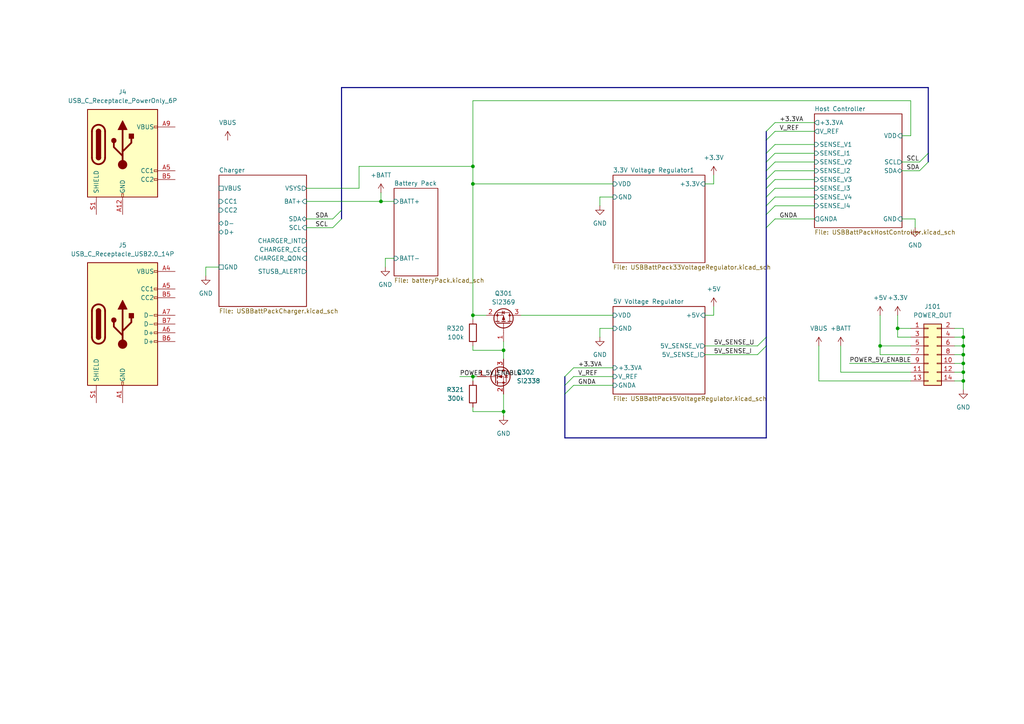
<source format=kicad_sch>
(kicad_sch (version 20231120) (generator "eeschema") (generator_version "8.0")
  (paper "A4")
  (lib_symbols
    (symbol "Connector:USB_C_Receptacle_PowerOnly_6P" (pin_names (offset 1.016))
      (property "Reference" "J" (at 0 16.51 0))
      (property "Value" "USB_C_Receptacle_PowerOnly_6P" (at 0 13.97 0))
      (symbol "USB_C_Receptacle_PowerOnly_6P_0_0"
        (rectangle (start -0.254 -12.7) (end 0.254 -11.684))
        (rectangle (start 10.16 -7.366) (end 9.144 -7.874))
        (rectangle (start 10.16 -4.826) (end 9.144 -5.334))
        (rectangle (start 10.16 7.874) (end 9.144 7.366))
      )
      (symbol "USB_C_Receptacle_PowerOnly_6P_0_1"
        (rectangle (start -10.16 12.7) (end 10.16 -12.7) (stroke (width 0.254)) (fill (type background)))
        (arc (start -8.89 -1.27) (mid -6.985 -3.1667) (end -5.08 -1.27) (stroke (width 0.508)))
        (arc (start -7.62 -1.27) (mid -6.985 -1.9023) (end -6.35 -1.27) (stroke (width 0.254)))
        (arc (start -7.62 -1.27) (mid -6.985 -1.9023) (end -6.35 -1.27) (stroke (width 0.254)) (fill (type outline)))
        (rectangle (start -7.62 -1.27) (end -6.35 6.35) (stroke (width 0.254)) (fill (type outline)))
        (arc (start -6.35 6.35) (mid -6.985 6.9823) (end -7.62 6.35) (stroke (width 0.254)))
        (arc (start -6.35 6.35) (mid -6.985 6.9823) (end -7.62 6.35) (stroke (width 0.254)) (fill (type outline)))
        (arc (start -5.08 6.35) (mid -6.985 8.2467) (end -8.89 6.35) (stroke (width 0.508)))
        (circle (center -2.54 3.683) (radius 0.635) (stroke (width 0.254)) (fill (type outline)))
        (circle (center 0 -3.302) (radius 1.27) (fill (type outline)))
        (polyline (pts (xy -8.89 -1.27) (xy -8.89 6.35)) (stroke (width 0.508)))
        (polyline (pts (xy -5.08 6.35) (xy -5.08 -1.27)) (stroke (width 0.508)))
        (polyline (pts (xy 0 -3.302) (xy 0 6.858)) (stroke (width 0.508)))
        (polyline (pts (xy 0 -0.762) (xy -2.54 1.778) (xy -2.54 3.048)) (stroke (width 0.508)))
        (polyline (pts (xy 0 0.508) (xy 2.54 3.048) (xy 2.54 4.318)) (stroke (width 0.508)))
        (polyline (pts (xy -1.27 6.858) (xy 0 9.398) (xy 1.27 6.858) (xy -1.27 6.858)) (stroke (width 0.254)) (fill (type outline)))
        (rectangle (start 1.905 4.318) (end 3.175 5.588) (stroke (width 0.254)) (fill (type outline)))
      )
      (symbol "USB_C_Receptacle_PowerOnly_6P_1_1"
        (pin passive line (at 0 -17.78 90) (length 5.08) (name "GND") (number "A12"))
        (pin bidirectional line (at 15.24 -5.08 180) (length 5.08) (name "CC1") (number "A5"))
        (pin passive line (at 15.24 7.62 180) (length 5.08) (name "VBUS") (number "A9"))
        (pin passive line (at 0 -17.78 90) (length 5.08) hide (name "GND") (number "B12"))
        (pin bidirectional line (at 15.24 -7.62 180) (length 5.08) (name "CC2") (number "B5"))
        (pin passive line (at 15.24 7.62 180) (length 5.08) hide (name "VBUS") (number "B9"))
        (pin passive line (at -7.62 -17.78 90) (length 5.08) (name "SHIELD") (number "S1"))
      )
    )
    (symbol "Connector:USB_C_Receptacle_USB2.0_14P" (pin_names (offset 1.016))
      (property "Reference" "J" (at 0 22.225 0))
      (property "Value" "USB_C_Receptacle_USB2.0_14P" (at 0 19.685 0))
      (symbol "USB_C_Receptacle_USB2.0_14P_0_0"
        (rectangle (start -0.254 -17.78) (end 0.254 -16.764))
        (rectangle (start 10.16 -4.826) (end 9.144 -5.334))
        (rectangle (start 10.16 -2.286) (end 9.144 -2.794))
        (rectangle (start 10.16 0.254) (end 9.144 -0.254))
        (rectangle (start 10.16 2.794) (end 9.144 2.286))
        (rectangle (start 10.16 7.874) (end 9.144 7.366))
        (rectangle (start 10.16 10.414) (end 9.144 9.906))
        (rectangle (start 10.16 15.494) (end 9.144 14.986))
      )
      (symbol "USB_C_Receptacle_USB2.0_14P_0_1"
        (rectangle (start -10.16 17.78) (end 10.16 -17.78) (stroke (width 0.254)) (fill (type background)))
        (arc (start -8.89 -3.81) (mid -6.985 -5.7067) (end -5.08 -3.81) (stroke (width 0.508)))
        (arc (start -7.62 -3.81) (mid -6.985 -4.4423) (end -6.35 -3.81) (stroke (width 0.254)))
        (arc (start -7.62 -3.81) (mid -6.985 -4.4423) (end -6.35 -3.81) (stroke (width 0.254)) (fill (type outline)))
        (rectangle (start -7.62 -3.81) (end -6.35 3.81) (stroke (width 0.254)) (fill (type outline)))
        (arc (start -6.35 3.81) (mid -6.985 4.4423) (end -7.62 3.81) (stroke (width 0.254)))
        (arc (start -6.35 3.81) (mid -6.985 4.4423) (end -7.62 3.81) (stroke (width 0.254)) (fill (type outline)))
        (arc (start -5.08 3.81) (mid -6.985 5.7067) (end -8.89 3.81) (stroke (width 0.508)))
        (circle (center -2.54 1.143) (radius 0.635) (stroke (width 0.254)) (fill (type outline)))
        (circle (center 0 -5.842) (radius 1.27) (fill (type outline)))
        (polyline (pts (xy -8.89 -3.81) (xy -8.89 3.81)) (stroke (width 0.508)))
        (polyline (pts (xy -5.08 3.81) (xy -5.08 -3.81)) (stroke (width 0.508)))
        (polyline (pts (xy 0 -5.842) (xy 0 4.318)) (stroke (width 0.508)))
        (polyline (pts (xy 0 -3.302) (xy -2.54 -0.762) (xy -2.54 0.508)) (stroke (width 0.508)))
        (polyline (pts (xy 0 -2.032) (xy 2.54 0.508) (xy 2.54 1.778)) (stroke (width 0.508)))
        (polyline (pts (xy -1.27 4.318) (xy 0 6.858) (xy 1.27 4.318) (xy -1.27 4.318)) (stroke (width 0.254)) (fill (type outline)))
        (rectangle (start 1.905 1.778) (end 3.175 3.048) (stroke (width 0.254)) (fill (type outline)))
      )
      (symbol "USB_C_Receptacle_USB2.0_14P_1_1"
        (pin passive line (at 0 -22.86 90) (length 5.08) (name "GND") (number "A1"))
        (pin passive line (at 0 -22.86 90) (length 5.08) hide (name "GND") (number "A12"))
        (pin passive line (at 15.24 15.24 180) (length 5.08) (name "VBUS") (number "A4"))
        (pin bidirectional line (at 15.24 10.16 180) (length 5.08) (name "CC1") (number "A5"))
        (pin bidirectional line (at 15.24 -2.54 180) (length 5.08) (name "D+") (number "A6"))
        (pin bidirectional line (at 15.24 2.54 180) (length 5.08) (name "D-") (number "A7"))
        (pin passive line (at 15.24 15.24 180) (length 5.08) hide (name "VBUS") (number "A9"))
        (pin passive line (at 0 -22.86 90) (length 5.08) hide (name "GND") (number "B1"))
        (pin passive line (at 0 -22.86 90) (length 5.08) hide (name "GND") (number "B12"))
        (pin passive line (at 15.24 15.24 180) (length 5.08) hide (name "VBUS") (number "B4"))
        (pin bidirectional line (at 15.24 7.62 180) (length 5.08) (name "CC2") (number "B5"))
        (pin bidirectional line (at 15.24 -5.08 180) (length 5.08) (name "D+") (number "B6"))
        (pin bidirectional line (at 15.24 0 180) (length 5.08) (name "D-") (number "B7"))
        (pin passive line (at 15.24 15.24 180) (length 5.08) hide (name "VBUS") (number "B9"))
        (pin passive line (at -7.62 -22.86 90) (length 5.08) (name "SHIELD") (number "S1"))
      )
    )
    (symbol "Connector_Generic:Conn_02x07_Odd_Even" (pin_names (offset 1.016) hide)
      (property "Reference" "J" (at 1.27 10.16 0))
      (property "Value" "Conn_02x07_Odd_Even" (at 1.27 -10.16 0))
      (symbol "Conn_02x07_Odd_Even_1_1"
        (rectangle (start -1.27 -7.493) (end 0 -7.747) (stroke (width 0.1524)))
        (rectangle (start -1.27 -4.953) (end 0 -5.207) (stroke (width 0.1524)))
        (rectangle (start -1.27 -2.413) (end 0 -2.667) (stroke (width 0.1524)))
        (rectangle (start -1.27 0.127) (end 0 -0.127) (stroke (width 0.1524)))
        (rectangle (start -1.27 2.667) (end 0 2.413) (stroke (width 0.1524)))
        (rectangle (start -1.27 5.207) (end 0 4.953) (stroke (width 0.1524)))
        (rectangle (start -1.27 7.747) (end 0 7.493) (stroke (width 0.1524)))
        (rectangle (start -1.27 8.89) (end 3.81 -8.89) (stroke (width 0.254)) (fill (type background)))
        (rectangle (start 3.81 -7.493) (end 2.54 -7.747) (stroke (width 0.1524)))
        (rectangle (start 3.81 -4.953) (end 2.54 -5.207) (stroke (width 0.1524)))
        (rectangle (start 3.81 -2.413) (end 2.54 -2.667) (stroke (width 0.1524)))
        (rectangle (start 3.81 0.127) (end 2.54 -0.127) (stroke (width 0.1524)))
        (rectangle (start 3.81 2.667) (end 2.54 2.413) (stroke (width 0.1524)))
        (rectangle (start 3.81 5.207) (end 2.54 4.953) (stroke (width 0.1524)))
        (rectangle (start 3.81 7.747) (end 2.54 7.493) (stroke (width 0.1524)))
        (pin passive line (at -5.08 7.62 0) (length 3.81) (name "Pin_1") (number "1"))
        (pin passive line (at 7.62 -2.54 180) (length 3.81) (name "Pin_10") (number "10"))
        (pin passive line (at -5.08 -5.08 0) (length 3.81) (name "Pin_11") (number "11"))
        (pin passive line (at 7.62 -5.08 180) (length 3.81) (name "Pin_12") (number "12"))
        (pin passive line (at -5.08 -7.62 0) (length 3.81) (name "Pin_13") (number "13"))
        (pin passive line (at 7.62 -7.62 180) (length 3.81) (name "Pin_14") (number "14"))
        (pin passive line (at 7.62 7.62 180) (length 3.81) (name "Pin_2") (number "2"))
        (pin passive line (at -5.08 5.08 0) (length 3.81) (name "Pin_3") (number "3"))
        (pin passive line (at 7.62 5.08 180) (length 3.81) (name "Pin_4") (number "4"))
        (pin passive line (at -5.08 2.54 0) (length 3.81) (name "Pin_5") (number "5"))
        (pin passive line (at 7.62 2.54 180) (length 3.81) (name "Pin_6") (number "6"))
        (pin passive line (at -5.08 0 0) (length 3.81) (name "Pin_7") (number "7"))
        (pin passive line (at 7.62 0 180) (length 3.81) (name "Pin_8") (number "8"))
        (pin passive line (at -5.08 -2.54 0) (length 3.81) (name "Pin_9") (number "9"))
      )
    )
    (symbol "Device:Q_NMOS_GSD" (pin_names (offset 0) hide)
      (property "Reference" "Q" (at 5.08 1.27 0))
      (property "Value" "Q_NMOS_GSD" (at 5.08 -1.27 0))
      (symbol "Q_NMOS_GSD_0_1"
        (polyline (pts (xy 0.254 0) (xy -2.54 0)))
        (polyline (pts (xy 0.254 1.905) (xy 0.254 -1.905)) (stroke (width 0.254)))
        (polyline (pts (xy 0.762 -1.27) (xy 0.762 -2.286)) (stroke (width 0.254)))
        (polyline (pts (xy 0.762 0.508) (xy 0.762 -0.508)) (stroke (width 0.254)))
        (polyline (pts (xy 0.762 2.286) (xy 0.762 1.27)) (stroke (width 0.254)))
        (polyline (pts (xy 2.54 2.54) (xy 2.54 1.778)))
        (polyline (pts (xy 2.54 -2.54) (xy 2.54 0) (xy 0.762 0)))
        (polyline (pts (xy 0.762 -1.778) (xy 3.302 -1.778) (xy 3.302 1.778) (xy 0.762 1.778)))
        (polyline (pts (xy 1.016 0) (xy 2.032 0.381) (xy 2.032 -0.381) (xy 1.016 0)) (fill (type outline)))
        (polyline (pts (xy 2.794 0.508) (xy 2.921 0.381) (xy 3.683 0.381) (xy 3.81 0.254)))
        (polyline (pts (xy 3.302 0.381) (xy 2.921 -0.254) (xy 3.683 -0.254) (xy 3.302 0.381)))
        (circle (center 1.651 0) (radius 2.794) (stroke (width 0.254)))
        (circle (center 2.54 -1.778) (radius 0.254) (fill (type outline)))
        (circle (center 2.54 1.778) (radius 0.254) (fill (type outline)))
      )
      (symbol "Q_NMOS_GSD_1_1"
        (pin input line (at -5.08 0 0) (length 2.54) (name "G") (number "1"))
        (pin passive line (at 2.54 -5.08 90) (length 2.54) (name "S") (number "2"))
        (pin passive line (at 2.54 5.08 270) (length 2.54) (name "D") (number "3"))
      )
    )
    (symbol "Device:Q_PMOS_GSD" (pin_names (offset 0) hide)
      (property "Reference" "Q" (at 5.08 1.27 0))
      (property "Value" "Q_PMOS_GSD" (at 5.08 -1.27 0))
      (symbol "Q_PMOS_GSD_0_1"
        (polyline (pts (xy 0.254 0) (xy -2.54 0)))
        (polyline (pts (xy 0.254 1.905) (xy 0.254 -1.905)) (stroke (width 0.254)))
        (polyline (pts (xy 0.762 -1.27) (xy 0.762 -2.286)) (stroke (width 0.254)))
        (polyline (pts (xy 0.762 0.508) (xy 0.762 -0.508)) (stroke (width 0.254)))
        (polyline (pts (xy 0.762 2.286) (xy 0.762 1.27)) (stroke (width 0.254)))
        (polyline (pts (xy 2.54 2.54) (xy 2.54 1.778)))
        (polyline (pts (xy 2.54 -2.54) (xy 2.54 0) (xy 0.762 0)))
        (polyline (pts (xy 0.762 1.778) (xy 3.302 1.778) (xy 3.302 -1.778) (xy 0.762 -1.778)))
        (polyline (pts (xy 2.286 0) (xy 1.27 0.381) (xy 1.27 -0.381) (xy 2.286 0)) (fill (type outline)))
        (polyline (pts (xy 2.794 -0.508) (xy 2.921 -0.381) (xy 3.683 -0.381) (xy 3.81 -0.254)))
        (polyline (pts (xy 3.302 -0.381) (xy 2.921 0.254) (xy 3.683 0.254) (xy 3.302 -0.381)))
        (circle (center 1.651 0) (radius 2.794) (stroke (width 0.254)))
        (circle (center 2.54 -1.778) (radius 0.254) (fill (type outline)))
        (circle (center 2.54 1.778) (radius 0.254) (fill (type outline)))
      )
      (symbol "Q_PMOS_GSD_1_1"
        (pin input line (at -5.08 0 0) (length 2.54) (name "G") (number "1"))
        (pin passive line (at 2.54 -5.08 90) (length 2.54) (name "S") (number "2"))
        (pin passive line (at 2.54 5.08 270) (length 2.54) (name "D") (number "3"))
      )
    )
    (symbol "Device:R" (pin_numbers hide) (pin_names (offset 0))
      (property "Reference" "R" (at 2.032 0 90))
      (property "Value" "R" (at 0 0 90))
      (symbol "R_0_1"
        (rectangle (start -1.016 -2.54) (end 1.016 2.54) (stroke (width 0.254)))
      )
      (symbol "R_1_1"
        (pin passive line (at 0 3.81 270) (length 1.27) (name "~") (number "1"))
        (pin passive line (at 0 -3.81 90) (length 1.27) (name "~") (number "2"))
      )
    )
    (symbol "power:+3.3V" (power) (pin_numbers hide) (pin_names (offset 0) hide)
      (property "Value" "+3.3V" (at 0 3.556 0))
      (symbol "+3.3V_0_1"
        (polyline (pts (xy -0.762 1.27) (xy 0 2.54)))
        (polyline (pts (xy 0 0) (xy 0 2.54)))
        (polyline (pts (xy 0 2.54) (xy 0.762 1.27)))
      )
      (symbol "+3.3V_1_1"
        (pin power_in line (at 0 0 90) (length 0) (name "~") (number "1"))
      )
    )
    (symbol "power:+5V" (power) (pin_numbers hide) (pin_names (offset 0) hide)
      (property "Value" "+5V" (at 0 3.556 0))
      (symbol "+5V_0_1"
        (polyline (pts (xy -0.762 1.27) (xy 0 2.54)))
        (polyline (pts (xy 0 0) (xy 0 2.54)))
        (polyline (pts (xy 0 2.54) (xy 0.762 1.27)))
      )
      (symbol "+5V_1_1"
        (pin power_in line (at 0 0 90) (length 0) (name "~") (number "1"))
      )
    )
    (symbol "power:+BATT" (power) (pin_numbers hide) (pin_names (offset 0) hide)
      (property "Value" "+BATT" (at 0 3.556 0))
      (symbol "+BATT_0_1"
        (polyline (pts (xy -0.762 1.27) (xy 0 2.54)))
        (polyline (pts (xy 0 0) (xy 0 2.54)))
        (polyline (pts (xy 0 2.54) (xy 0.762 1.27)))
      )
      (symbol "+BATT_1_1"
        (pin power_in line (at 0 0 90) (length 0) (name "~") (number "1"))
      )
    )
    (symbol "power:GND" (power) (pin_numbers hide) (pin_names (offset 0) hide)
      (property "Value" "GND" (at 0 -3.81 0))
      (symbol "GND_0_1"
        (polyline (pts (xy 0 0) (xy 0 -1.27) (xy 1.27 -1.27) (xy 0 -2.54) (xy -1.27 -1.27) (xy 0 -1.27)))
      )
      (symbol "GND_1_1"
        (pin power_in line (at 0 0 270) (length 0) (name "~") (number "1"))
      )
    )
    (symbol "power:VBUS" (power) (pin_numbers hide) (pin_names (offset 0) hide)
      (property "Value" "VBUS" (at 0 3.556 0))
      (symbol "VBUS_0_1"
        (polyline (pts (xy -0.762 1.27) (xy 0 2.54)))
        (polyline (pts (xy 0 0) (xy 0 2.54)))
        (polyline (pts (xy 0 2.54) (xy 0.762 1.27)))
      )
      (symbol "VBUS_1_1"
        (pin power_in line (at 0 0 90) (length 0) (name "~") (number "1"))
      )
    )
  )
  (junction (at 279.4 105.41))
  (junction (at 146.05 101.6))
  (junction (at 146.05 119.38))
  (junction (at 279.4 102.87))
  (junction (at 137.16 91.44))
  (junction (at 137.16 48.26))
  (junction (at 137.16 53.34))
  (junction (at 279.4 100.33))
  (junction (at 137.16 109.22))
  (junction (at 279.4 97.79))
  (junction (at 255.27 100.33))
  (junction (at 260.35 95.25))
  (junction (at 110.49 58.42))
  (junction (at 279.4 107.95))
  (junction (at 279.4 110.49))
  (bus_entry (at 96.52 66.04) (size 2.54 -2.54))
  (bus_entry (at 163.83 109.22) (size 2.54 -2.54))
  (bus_entry (at 222.25 59.69) (size 2.54 -2.54))
  (bus_entry (at 96.52 63.5) (size 2.54 -2.54))
  (bus_entry (at 222.25 57.15) (size 2.54 -2.54))
  (bus_entry (at 222.25 49.53) (size 2.54 -2.54))
  (bus_entry (at 222.25 62.23) (size 2.54 -2.54))
  (bus_entry (at 222.25 40.64) (size 2.54 -2.54))
  (bus_entry (at 222.25 46.99) (size 2.54 -2.54))
  (bus_entry (at 266.7 49.53) (size 2.54 -2.54))
  (bus_entry (at 163.83 114.3) (size 2.54 -2.54))
  (bus_entry (at 222.25 38.1) (size 2.54 -2.54))
  (bus_entry (at 219.71 100.33) (size 2.54 -2.54))
  (bus_entry (at 266.7 46.99) (size 2.54 -2.54))
  (bus_entry (at 222.25 54.61) (size 2.54 -2.54))
  (bus_entry (at 222.25 52.07) (size 2.54 -2.54))
  (bus_entry (at 222.25 44.45) (size 2.54 -2.54))
  (bus_entry (at 222.25 66.04) (size 2.54 -2.54))
  (bus_entry (at 163.83 111.76) (size 2.54 -2.54))
  (bus_entry (at 219.71 102.87) (size 2.54 -2.54))
  (wire (pts (xy 204.47 53.34) (xy 207.01 53.34)))
  (wire (pts (xy 110.49 58.42) (xy 114.3 58.42)))
  (wire (pts (xy 137.16 110.49) (xy 137.16 109.22)))
  (wire (pts (xy 59.69 77.47) (xy 63.5 77.47)))
  (wire (pts (xy 279.4 102.87) (xy 279.4 100.33)))
  (wire (pts (xy 224.79 57.15) (xy 236.22 57.15)))
  (wire (pts (xy 104.14 54.61) (xy 104.14 48.26)))
  (wire (pts (xy 255.27 100.33) (xy 264.16 100.33)))
  (wire (pts (xy 207.01 91.44) (xy 207.01 88.9)))
  (bus (pts (xy 222.25 97.79) (xy 222.25 66.04)))
  (wire (pts (xy 204.47 102.87) (xy 219.71 102.87)))
  (wire (pts (xy 246.38 105.41) (xy 264.16 105.41)))
  (wire (pts (xy 261.62 46.99) (xy 266.7 46.99)))
  (wire (pts (xy 279.4 107.95) (xy 279.4 105.41)))
  (wire (pts (xy 264.16 97.79) (xy 260.35 97.79)))
  (wire (pts (xy 265.43 66.04) (xy 265.43 63.5)))
  (wire (pts (xy 224.79 41.91) (xy 236.22 41.91)))
  (wire (pts (xy 279.4 105.41) (xy 279.4 102.87)))
  (wire (pts (xy 137.16 91.44) (xy 137.16 92.71)))
  (wire (pts (xy 173.99 57.15) (xy 177.8 57.15)))
  (wire (pts (xy 204.47 100.33) (xy 219.71 100.33)))
  (wire (pts (xy 261.62 39.37) (xy 264.16 39.37)))
  (wire (pts (xy 237.49 110.49) (xy 264.16 110.49)))
  (bus (pts (xy 222.25 44.45) (xy 222.25 46.99)))
  (bus (pts (xy 99.06 60.96) (xy 99.06 63.5)))
  (wire (pts (xy 88.9 58.42) (xy 110.49 58.42)))
  (wire (pts (xy 204.47 91.44) (xy 207.01 91.44)))
  (wire (pts (xy 146.05 114.3) (xy 146.05 119.38)))
  (wire (pts (xy 260.35 97.79) (xy 260.35 95.25)))
  (wire (pts (xy 224.79 52.07) (xy 236.22 52.07)))
  (wire (pts (xy 224.79 35.56) (xy 236.22 35.56)))
  (wire (pts (xy 137.16 119.38) (xy 146.05 119.38)))
  (wire (pts (xy 137.16 100.33) (xy 137.16 101.6)))
  (wire (pts (xy 173.99 95.25) (xy 177.8 95.25)))
  (wire (pts (xy 276.86 105.41) (xy 279.4 105.41)))
  (wire (pts (xy 224.79 38.1) (xy 236.22 38.1)))
  (bus (pts (xy 222.25 62.23) (xy 222.25 66.04)))
  (wire (pts (xy 264.16 107.95) (xy 243.84 107.95)))
  (wire (pts (xy 224.79 46.99) (xy 236.22 46.99)))
  (bus (pts (xy 222.25 57.15) (xy 222.25 59.69)))
  (wire (pts (xy 224.79 63.5) (xy 236.22 63.5)))
  (wire (pts (xy 151.13 91.44) (xy 177.8 91.44)))
  (wire (pts (xy 137.16 48.26) (xy 137.16 53.34)))
  (wire (pts (xy 224.79 49.53) (xy 236.22 49.53)))
  (wire (pts (xy 276.86 110.49) (xy 279.4 110.49)))
  (bus (pts (xy 163.83 127) (xy 222.25 127)))
  (wire (pts (xy 166.37 106.68) (xy 177.8 106.68)))
  (wire (pts (xy 279.4 110.49) (xy 279.4 107.95)))
  (bus (pts (xy 269.24 25.4) (xy 99.06 25.4)))
  (wire (pts (xy 110.49 55.88) (xy 110.49 58.42)))
  (bus (pts (xy 222.25 38.1) (xy 222.25 40.64)))
  (wire (pts (xy 166.37 109.22) (xy 177.8 109.22)))
  (wire (pts (xy 279.4 97.79) (xy 279.4 95.25)))
  (wire (pts (xy 111.76 74.93) (xy 114.3 74.93)))
  (wire (pts (xy 146.05 119.38) (xy 146.05 120.65)))
  (wire (pts (xy 146.05 101.6) (xy 146.05 104.14)))
  (wire (pts (xy 260.35 91.44) (xy 260.35 95.25)))
  (bus (pts (xy 99.06 25.4) (xy 99.06 60.96)))
  (wire (pts (xy 276.86 100.33) (xy 279.4 100.33)))
  (wire (pts (xy 133.35 109.22) (xy 137.16 109.22)))
  (wire (pts (xy 166.37 111.76) (xy 177.8 111.76)))
  (wire (pts (xy 279.4 100.33) (xy 279.4 97.79)))
  (bus (pts (xy 222.25 54.61) (xy 222.25 57.15)))
  (wire (pts (xy 224.79 54.61) (xy 236.22 54.61)))
  (wire (pts (xy 146.05 99.06) (xy 146.05 101.6)))
  (bus (pts (xy 222.25 100.33) (xy 222.25 97.79)))
  (wire (pts (xy 137.16 48.26) (xy 137.16 29.21)))
  (wire (pts (xy 137.16 118.11) (xy 137.16 119.38)))
  (bus (pts (xy 163.83 114.3) (xy 163.83 127)))
  (wire (pts (xy 261.62 49.53) (xy 266.7 49.53)))
  (bus (pts (xy 222.25 59.69) (xy 222.25 62.23)))
  (wire (pts (xy 88.9 54.61) (xy 104.14 54.61)))
  (bus (pts (xy 222.25 40.64) (xy 222.25 44.45)))
  (wire (pts (xy 255.27 102.87) (xy 264.16 102.87)))
  (bus (pts (xy 222.25 46.99) (xy 222.25 49.53)))
  (wire (pts (xy 276.86 107.95) (xy 279.4 107.95)))
  (wire (pts (xy 140.97 91.44) (xy 137.16 91.44)))
  (bus (pts (xy 163.83 111.76) (xy 163.83 114.3)))
  (wire (pts (xy 264.16 39.37) (xy 264.16 29.21)))
  (wire (pts (xy 137.16 101.6) (xy 146.05 101.6)))
  (wire (pts (xy 173.99 59.69) (xy 173.99 57.15)))
  (bus (pts (xy 222.25 52.07) (xy 222.25 54.61)))
  (wire (pts (xy 173.99 97.79) (xy 173.99 95.25)))
  (wire (pts (xy 104.14 48.26) (xy 137.16 48.26)))
  (wire (pts (xy 207.01 53.34) (xy 207.01 50.8)))
  (wire (pts (xy 137.16 109.22) (xy 138.43 109.22)))
  (wire (pts (xy 137.16 53.34) (xy 137.16 91.44)))
  (bus (pts (xy 222.25 49.53) (xy 222.25 52.07)))
  (wire (pts (xy 237.49 100.33) (xy 237.49 110.49)))
  (wire (pts (xy 276.86 102.87) (xy 279.4 102.87)))
  (wire (pts (xy 276.86 97.79) (xy 279.4 97.79)))
  (wire (pts (xy 279.4 95.25) (xy 276.86 95.25)))
  (wire (pts (xy 260.35 95.25) (xy 264.16 95.25)))
  (bus (pts (xy 269.24 44.45) (xy 269.24 46.99)))
  (wire (pts (xy 243.84 107.95) (xy 243.84 100.33)))
  (wire (pts (xy 137.16 53.34) (xy 177.8 53.34)))
  (wire (pts (xy 111.76 77.47) (xy 111.76 74.93)))
  (bus (pts (xy 222.25 127) (xy 222.25 100.33)))
  (wire (pts (xy 224.79 59.69) (xy 236.22 59.69)))
  (wire (pts (xy 265.43 63.5) (xy 261.62 63.5)))
  (wire (pts (xy 279.4 113.03) (xy 279.4 110.49)))
  (wire (pts (xy 224.79 44.45) (xy 236.22 44.45)))
  (wire (pts (xy 59.69 80.01) (xy 59.69 77.47)))
  (wire (pts (xy 137.16 29.21) (xy 264.16 29.21)))
  (wire (pts (xy 88.9 66.04) (xy 96.52 66.04)))
  (wire (pts (xy 255.27 100.33) (xy 255.27 102.87)))
  (wire (pts (xy 88.9 63.5) (xy 96.52 63.5)))
  (wire (pts (xy 255.27 91.44) (xy 255.27 100.33)))
  (bus (pts (xy 269.24 25.4) (xy 269.24 44.45)))
  (bus (pts (xy 163.83 109.22) (xy 163.83 111.76)))
  (text "                 I2C\n\nSTUSB4500      01010AA-\nBQ76920        0000100-\nBQ76920        0001100-" (at -42.164 28.702 0) (effects (font (size 1.27 1.27) (thickness 0.1588)) (justify left top)))
  (label "SDA" (at 262.89 49.53 0))
  (label "SCL" (at 262.89 46.99 0))
  (label "V_REF" (at 167.64 109.22 0))
  (label "SCL" (at 91.44 66.04 0))
  (label "POWER_5V_ENABLE" (at 246.38 105.41 0))
  (label "V_REF" (at 226.06 38.1 0))
  (label "GNDA" (at 167.64 111.76 0))
  (label "SDA" (at 91.44 63.5 0))
  (label "5V_SENSE_U" (at 207.01 100.33 0))
  (label "GNDA" (at 226.06 63.5 0))
  (label "+3.3VA" (at 167.64 106.68 0))
  (label "+3.3VA" (at 226.06 35.56 0))
  (label "POWER_5V_ENABLE" (at 133.35 109.22 0))
  (label "5V_SENSE_I" (at 207.01 102.87 0))
  (symbol (lib_id "power:GND") (at 146.05 120.65 0) (unit 1)
    (property "Reference" "#PWR0378" (effects (hide yes)))
    (property "Value" "GND" (at 146.05 125.73 0))
    (property "Description" "Power symbol creates a global label with name \"GND\" , ground" (effects (hide yes)))
  )
  (symbol (lib_id "Connector:USB_C_Receptacle_USB2.0_14P") (at 35.56 93.98 0) (unit 1)
    (property "Reference" "J5" (at 35.56 71.12 0))
    (property "Value" "USB_C_Receptacle_USB2.0_14P" (at 35.56 73.66 0))
    (property "Datasheet" "https://www.usb.org/sites/default/files/documents/usb_type-c.zip" (effects (hide yes)))
    (property "Description" "USB 2.0-only 14P Type-C Receptacle connector" (effects (hide yes)))
  )
  (symbol (lib_id "Device:Q_PMOS_GSD") (at 146.05 93.98 270) (mirror x) (unit 1)
    (property "Reference" "Q301" (at 146.05 85.09 90))
    (property "Value" "Si2369" (at 146.05 87.63 90))
    (property "Description" "P-MOSFET transistor, gate/source/drain" (effects (hide yes)))
  )
  (symbol (lib_id "power:GND") (at 279.4 113.03 0) (unit 1)
    (property "Reference" "#PWR0379" (effects (hide yes)))
    (property "Value" "GND" (at 279.4 118.11 0))
    (property "Description" "Power symbol creates a global label with name \"GND\" , ground" (effects (hide yes)))
  )
  (symbol (lib_id "Connector:USB_C_Receptacle_PowerOnly_6P") (at 35.56 44.45 0) (unit 1)
    (property "Reference" "J4" (at 35.56 26.67 0))
    (property "Value" "USB_C_Receptacle_PowerOnly_6P" (at 35.56 29.21 0))
    (property "Datasheet" "https://www.usb.org/sites/default/files/documents/usb_type-c.zip" (effects (hide yes)))
    (property "Description" "USB Power-Only 6P Type-C Receptacle connector" (effects (hide yes)))
  )
  (symbol (lib_id "power:+5V") (at 207.01 88.9 0) (unit 1)
    (property "Reference" "#PWR0383" (effects (hide yes)))
    (property "Value" "+5V" (at 207.01 83.82 0))
    (property "Description" "Power symbol creates a global label with name \"+5V\"" (effects (hide yes)))
  )
  (symbol (lib_id "power:GND") (at 111.76 77.47 0) (unit 1)
    (property "Reference" "#PWR0385" (effects (hide yes)))
    (property "Value" "GND" (at 111.76 82.55 0))
    (property "Description" "Power symbol creates a global label with name \"GND\" , ground" (effects (hide yes)))
  )
  (symbol (lib_id "Device:R") (at 137.16 114.3 0) (mirror y) (unit 1)
    (property "Reference" "R321" (at 134.62 113.0299 0) (effects (justify left)))
    (property "Value" "300k" (at 134.62 115.5699 0) (effects (justify left)))
    (property "Description" "Resistor" (effects (hide yes)))
  )
  (symbol (lib_id "power:VBUS") (at 237.49 100.33 0) (unit 1)
    (property "Reference" "#PWR0389" (effects (hide yes)))
    (property "Value" "VBUS" (at 237.49 95.25 0))
    (property "Description" "Power symbol creates a global label with name \"VBUS\"" (effects (hide yes)))
  )
  (symbol (lib_id "power:+BATT") (at 243.84 100.33 0) (unit 1)
    (property "Reference" "#PWR0387" (effects (hide yes)))
    (property "Value" "+BATT" (at 243.84 95.25 0))
    (property "Description" "Power symbol creates a global label with name \"+BATT\"" (effects (hide yes)))
  )
  (symbol (lib_id "power:VBUS") (at 66.04 40.64 0) (unit 1)
    (property "Reference" "#PWR0388" (effects (hide yes)))
    (property "Value" "VBUS" (at 66.04 35.56 0))
    (property "Description" "Power symbol creates a global label with name \"VBUS\"" (effects (hide yes)))
  )
  (symbol (lib_id "power:+5V") (at 255.27 91.44 0) (unit 1)
    (property "Reference" "#PWR0102" (effects (hide yes)))
    (property "Value" "+5V" (at 255.27 86.36 0))
    (property "Description" "Power symbol creates a global label with name \"+5V\"" (effects (hide yes)))
  )
  (symbol (lib_id "power:+3.3V") (at 207.01 50.8 0) (unit 1)
    (property "Reference" "#PWR0384" (effects (hide yes)))
    (property "Value" "+3.3V" (at 207.01 45.72 0))
    (property "Description" "Power symbol creates a global label with name \"+3.3V\"" (effects (hide yes)))
  )
  (symbol (lib_id "power:+BATT") (at 110.49 55.88 0) (unit 1)
    (property "Reference" "#PWR0386" (effects (hide yes)))
    (property "Value" "+BATT" (at 110.49 50.8 0))
    (property "Description" "Power symbol creates a global label with name \"+BATT\"" (effects (hide yes)))
  )
  (symbol (lib_id "power:GND") (at 59.69 80.01 0) (unit 1)
    (property "Reference" "#PWR0390" (effects (hide yes)))
    (property "Value" "GND" (at 59.69 85.09 0))
    (property "Description" "Power symbol creates a global label with name \"GND\" , ground" (effects (hide yes)))
  )
  (symbol (lib_id "power:GND") (at 173.99 59.69 0) (unit 1)
    (property "Reference" "#PWR0382" (effects (hide yes)))
    (property "Value" "GND" (at 173.99 64.77 0))
    (property "Description" "Power symbol creates a global label with name \"GND\" , ground" (effects (hide yes)))
  )
  (symbol (lib_id "power:GND") (at 173.99 97.79 0) (unit 1)
    (property "Reference" "#PWR0381" (effects (hide yes)))
    (property "Value" "GND" (at 173.99 102.87 0))
    (property "Description" "Power symbol creates a global label with name \"GND\" , ground" (effects (hide yes)))
  )
  (symbol (lib_id "Connector_Generic:Conn_02x07_Odd_Even") (at 269.24 102.87 0) (unit 1)
    (property "Reference" "J101" (at 270.51 88.9 0))
    (property "Value" "POWER_OUT" (at 270.51 91.44 0))
    (property "Description" "Generic connector, double row, 02x07, odd/even pin numbering scheme (row 1 odd numbers, row 2 even numbers), script generated (kicad-library-utils/schlib/autogen/connector/)" (effects (hide yes)))
  )
  (symbol (lib_id "power:+3.3V") (at 260.35 91.44 0) (unit 1)
    (property "Reference" "#PWR0101" (effects (hide yes)))
    (property "Value" "+3.3V" (at 260.35 86.36 0))
    (property "Description" "Power symbol creates a global label with name \"+3.3V\"" (effects (hide yes)))
  )
  (symbol (lib_id "power:GND") (at 265.43 66.04 0) (mirror y) (unit 1)
    (property "Reference" "#PWR0391" (effects (hide yes)))
    (property "Value" "GND" (at 265.43 71.12 0))
    (property "Description" "Power symbol creates a global label with name \"GND\" , ground" (effects (hide yes)))
  )
  (symbol (lib_id "Device:R") (at 137.16 96.52 0) (mirror y) (unit 1)
    (property "Reference" "R320" (at 134.62 95.2499 0) (effects (justify left)))
    (property "Value" "100k" (at 134.62 97.7899 0) (effects (justify left)))
    (property "Description" "Resistor" (effects (hide yes)))
  )
  (symbol (lib_id "Device:Q_NMOS_GSD") (at 143.51 109.22 0) (unit 1)
    (property "Reference" "Q302" (at 149.86 107.9499 0) (effects (justify left)))
    (property "Value" "Si2338" (at 149.86 110.4899 0) (effects (justify left)))
    (property "Description" "N-MOSFET transistor, gate/source/drain" (effects (hide yes)))
  )
  (sheet (at 63.5 50.8) (size 25.4 38.1) (stroke (width 0.1524))
    (property "Sheetname" "Charger" (at 63.5 50.0884 0) (effects (justify left bottom)))
    (property "Sheetfile" "USBBattPackCharger.kicad_sch" (at 63.5 89.4846 0) (effects (justify left top)))
    (pin "BAT+" input (at 88.9 58.42 0))
    (pin "VBUS" passive (at 63.5 54.61 180))
    (pin "GND" passive (at 63.5 77.47 180))
    (pin "CC1" input (at 63.5 58.42 180))
    (pin "CC2" input (at 63.5 60.96 180))
    (pin "D+" bidirectional (at 63.5 67.31 180))
    (pin "D-" bidirectional (at 63.5 64.77 180))
    (pin "VSYS" output (at 88.9 54.61 0))
    (pin "SDA" bidirectional (at 88.9 63.5 0))
    (pin "SCL" input (at 88.9 66.04 0))
    (pin "CHARGER_INT" output (at 88.9 69.85 0))
    (pin "CHARGER_CE" input (at 88.9 72.39 0))
    (pin "CHARGER_QON" input (at 88.9 74.93 0))
    (pin "STUSB_ALERT" output (at 88.9 78.74 0))
  )
  (sheet (at 177.8 50.8) (size 26.67 25.4) (stroke (width 0.1524))
    (property "Sheetname" "3.3V Voltage Regulator1" (at 177.8 50.0884 0) (effects (justify left bottom)))
    (property "Sheetfile" "USBBattPack33VoltageRegulator.kicad_sch" (at 177.8 76.7846 0) (effects (justify left top)))
    (pin "+3.3V" input (at 204.47 53.34 0))
    (pin "GND" input (at 177.8 57.15 180))
    (pin "VDD" input (at 177.8 53.34 180))
  )
  (sheet (at 177.8 88.9) (size 26.67 25.4) (stroke (width 0.1524))
    (property "Sheetname" "5V Voltage Regulator" (at 177.8 88.1884 0) (effects (justify left bottom)))
    (property "Sheetfile" "USBBattPack5VoltageRegulator.kicad_sch" (at 177.8 114.8846 0) (effects (justify left top)))
    (pin "GND" input (at 177.8 95.25 180))
    (pin "VDD" input (at 177.8 91.44 180))
    (pin "+5V" input (at 204.47 91.44 0))
    (pin "GNDA" input (at 177.8 111.76 180))
    (pin "5V_SENSE_I" output (at 204.47 102.87 0))
    (pin "5V_SENSE_V" output (at 204.47 100.33 0))
    (pin "V_REF" input (at 177.8 109.22 180))
    (pin "+3.3VA" input (at 177.8 106.68 180))
  )
  (sheet (at 236.22 33.02) (size 25.4 33.02) (stroke (width 0.1524))
    (property "Sheetname" "Host Controller" (at 236.22 32.3084 0) (effects (justify left bottom)))
    (property "Sheetfile" "USBBattPackHostController.kicad_sch" (at 236.22 66.6246 0) (effects (justify left top)))
    (pin "SDA" bidirectional (at 261.62 49.53 0))
    (pin "SCL" output (at 261.62 46.99 0))
    (pin "SENSE_I1" input (at 236.22 44.45 180))
    (pin "SENSE_V1" input (at 236.22 41.91 180))
    (pin "SENSE_V2" input (at 236.22 46.99 180))
    (pin "SENSE_V4" input (at 236.22 57.15 180))
    (pin "SENSE_I3" input (at 236.22 54.61 180))
    (pin "SENSE_V3" input (at 236.22 52.07 180))
    (pin "SENSE_I4" input (at 236.22 59.69 180))
    (pin "GNDA" output (at 236.22 63.5 180))
    (pin "V_REF" output (at 236.22 38.1 180))
    (pin "VDD" input (at 261.62 39.37 0))
    (pin "GND" input (at 261.62 63.5 0))
    (pin "SENSE_I2" input (at 236.22 49.53 180))
    (pin "+3.3VA" output (at 236.22 35.56 180))
  )
  (sheet (at 114.3 54.61) (size 12.7 25.4) (stroke (width 0.1524))
    (property "Sheetname" "Battery Pack" (at 114.3 53.8984 0) (effects (justify left bottom)))
    (property "Sheetfile" "batteryPack.kicad_sch" (at 114.3 80.5946 0) (effects (justify left top)))
    (pin "BATT-" input (at 114.3 74.93 180))
    (pin "BATT+" input (at 114.3 58.42 180))
  )
)
</source>
